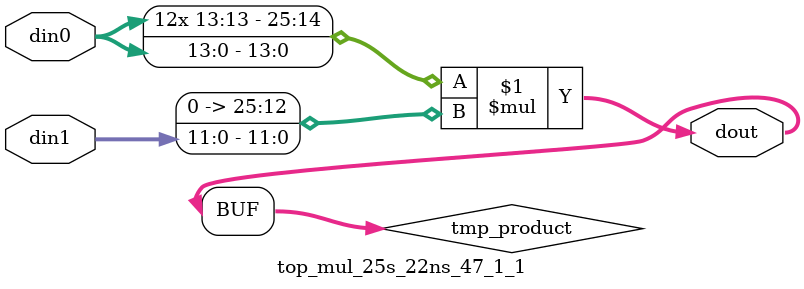
<source format=v>

`timescale 1 ns / 1 ps

 (* use_dsp = "yes" *)  module top_mul_25s_22ns_47_1_1(din0, din1, dout);
parameter ID = 1;
parameter NUM_STAGE = 0;
parameter din0_WIDTH = 14;
parameter din1_WIDTH = 12;
parameter dout_WIDTH = 26;

input [din0_WIDTH - 1 : 0] din0; 
input [din1_WIDTH - 1 : 0] din1; 
output [dout_WIDTH - 1 : 0] dout;

wire signed [dout_WIDTH - 1 : 0] tmp_product;


























assign tmp_product = $signed(din0) * $signed({1'b0, din1});









assign dout = tmp_product;





















endmodule

</source>
